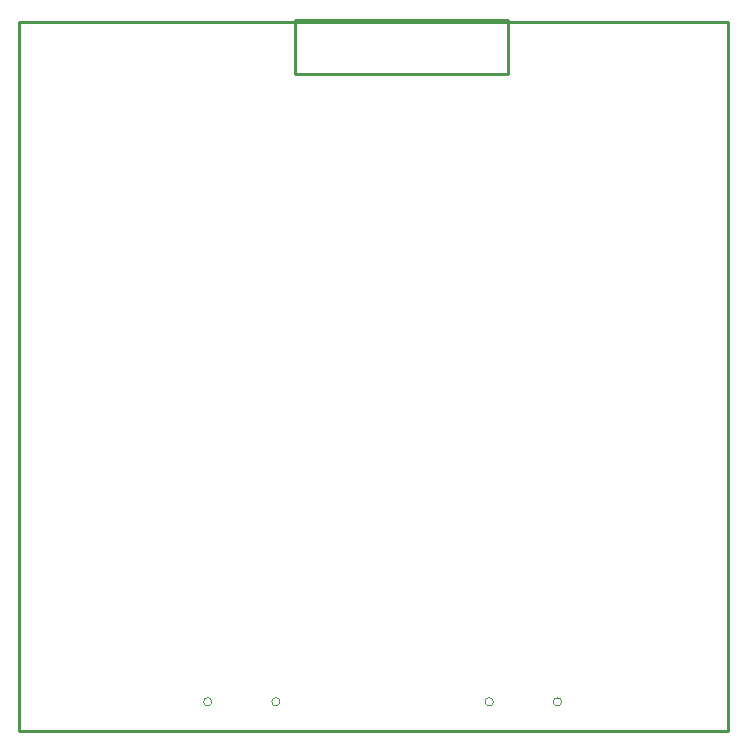
<source format=gm1>
G04*
G04 #@! TF.GenerationSoftware,Altium Limited,Altium Designer,25.0.2 (28)*
G04*
G04 Layer_Color=16711935*
%FSLAX25Y25*%
%MOIN*%
G70*
G04*
G04 #@! TF.SameCoordinates,2A04F1A2-3F02-4B23-887A-497E0413F5F6*
G04*
G04*
G04 #@! TF.FilePolarity,Positive*
G04*
G01*
G75*
%ADD10C,0.01000*%
%ADD70C,0.00100*%
D10*
X92000Y219000D02*
X163000D01*
X92000Y237000D02*
X163000D01*
Y219000D02*
Y237000D01*
X92000Y219000D02*
Y237000D01*
X0Y0D02*
X236221D01*
X0Y236221D02*
X236221D01*
Y0D02*
Y236221D01*
X0Y0D02*
Y236221D01*
D70*
X158000Y9612D02*
G03*
X158000Y9612I-1378J0D01*
G01*
X180755D02*
G03*
X180755Y9612I-1378J0D01*
G01*
X86909D02*
G03*
X86909Y9612I-1378J0D01*
G01*
X64153D02*
G03*
X64153Y9612I-1378J0D01*
G01*
M02*

</source>
